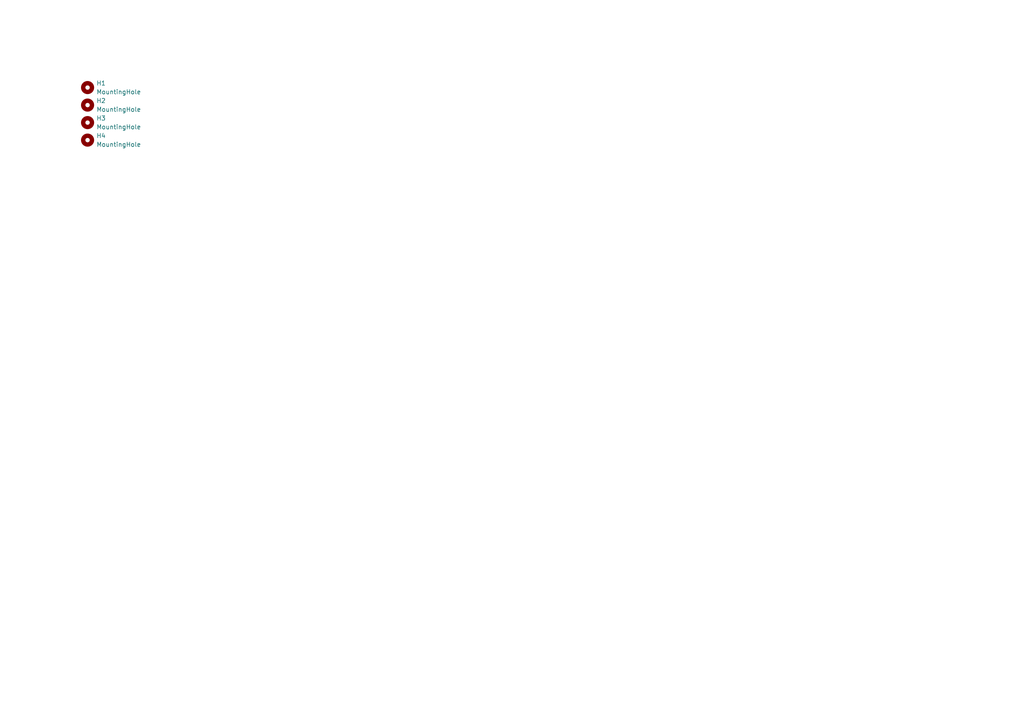
<source format=kicad_sch>
(kicad_sch (version 20211123) (generator eeschema)
  (paper "A4")
  (lib_symbols
    (symbol "Mechanical:MountingHole" (pin_names (offset 1.016))
      (property "Reference" "H" (at 0 5.08 0))
      (property "Value" "MountingHole" (at 0 3.175 0))
      (symbol "MountingHole_0_1"
        (circle (center 0 0) (radius 1.27) (stroke (width 1.27)))
      )
    )
  )
  (symbol (lib_id "Mechanical:MountingHole") (at 25.4 35.56 0) (unit 1)
    (property "Reference" "H3" (at 27.94 34.2899 0) (effects (justify left)))
    (property "Value" "MountingHole" (at 27.94 36.8299 0) (effects (justify left)))
    (property "Footprint" "MountingHole:MountingHole_3mm" (effects hide))
  )
  (symbol (lib_id "Mechanical:MountingHole") (at 25.4 40.64 0) (unit 1)
    (property "Reference" "H4" (at 27.94 39.3699 0) (effects (justify left)))
    (property "Value" "MountingHole" (at 27.94 41.9099 0) (effects (justify left)))
    (property "Footprint" "MountingHole:MountingHole_3mm" (effects hide))
  )
  (symbol (lib_id "Mechanical:MountingHole") (at 25.4 30.48 0) (unit 1)
    (property "Reference" "H2" (at 27.94 29.2099 0) (effects (justify left)))
    (property "Value" "MountingHole" (at 27.94 31.7499 0) (effects (justify left)))
    (property "Footprint" "MountingHole:MountingHole_3mm" (effects hide))
  )
  (symbol (lib_id "Mechanical:MountingHole") (at 25.4 25.4 0) (unit 1)
    (property "Reference" "H1" (at 27.94 24.1299 0) (effects (justify left)))
    (property "Value" "MountingHole" (at 27.94 26.6699 0) (effects (justify left)))
    (property "Footprint" "MountingHole:MountingHole_3mm" (effects hide))
  )
)
</source>
